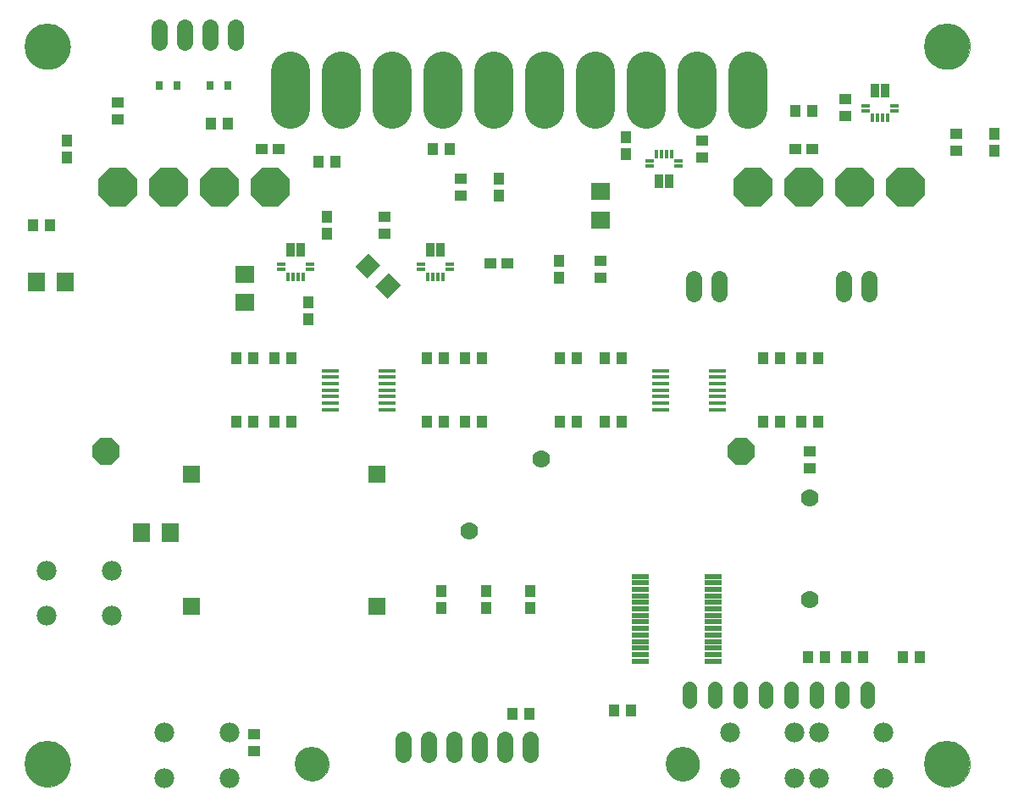
<source format=gts>
G75*
%MOIN*%
%OFA0B0*%
%FSLAX25Y25*%
%IPPOS*%
%LPD*%
%AMOC8*
5,1,8,0,0,1.08239X$1,22.5*
%
%ADD10R,0.03550X0.05400*%
%ADD11R,0.03746X0.01581*%
%ADD12R,0.01581X0.03746*%
%ADD13C,0.15400*%
%ADD14R,0.04337X0.04731*%
%ADD15R,0.04731X0.04337*%
%ADD16R,0.07498X0.06699*%
%ADD17OC8,0.15400*%
%ADD18R,0.07000X0.02100*%
%ADD19R,0.07000X0.01800*%
%ADD20C,0.05600*%
%ADD21R,0.06896X0.06896*%
%ADD22C,0.06337*%
%ADD23R,0.06699X0.07498*%
%ADD24C,0.00000*%
%ADD25C,0.18117*%
%ADD26C,0.06400*%
%ADD27OC8,0.10400*%
%ADD28C,0.13392*%
%ADD29C,0.07000*%
%ADD30R,0.03000X0.03200*%
%ADD31C,0.07800*%
D10*
X0124080Y0230970D03*
X0128017Y0230970D03*
X0179080Y0230970D03*
X0183017Y0230970D03*
X0269080Y0257840D03*
X0273017Y0257840D03*
X0354080Y0293470D03*
X0358017Y0293470D03*
D11*
X0361757Y0287564D03*
X0361757Y0285596D03*
X0350340Y0285596D03*
X0350340Y0287564D03*
X0276757Y0265714D03*
X0276757Y0263745D03*
X0265340Y0263745D03*
X0265340Y0265714D03*
X0186757Y0225064D03*
X0186757Y0223096D03*
X0175340Y0223096D03*
X0175340Y0225064D03*
X0131757Y0225064D03*
X0131757Y0223096D03*
X0120340Y0223096D03*
X0120340Y0225064D03*
D12*
X0123096Y0220340D03*
X0125064Y0220340D03*
X0127033Y0220340D03*
X0129001Y0220340D03*
X0178096Y0220340D03*
X0180064Y0220340D03*
X0182033Y0220340D03*
X0184001Y0220340D03*
X0268096Y0268470D03*
X0270064Y0268470D03*
X0272033Y0268470D03*
X0274001Y0268470D03*
X0353096Y0282840D03*
X0355064Y0282840D03*
X0357033Y0282840D03*
X0359001Y0282840D03*
D13*
X0304237Y0286344D02*
X0304237Y0301344D01*
X0284237Y0301344D02*
X0284237Y0286344D01*
X0264237Y0286344D02*
X0264237Y0301344D01*
X0244237Y0301344D02*
X0244237Y0286344D01*
X0224237Y0286344D02*
X0224237Y0301344D01*
X0204237Y0301344D02*
X0204237Y0286344D01*
X0184237Y0286344D02*
X0184237Y0301344D01*
X0164237Y0301344D02*
X0164237Y0286344D01*
X0144237Y0286344D02*
X0144237Y0301344D01*
X0124237Y0301344D02*
X0124237Y0286344D01*
D14*
X0135202Y0265655D03*
X0141895Y0265655D03*
X0138548Y0244001D03*
X0138548Y0237308D03*
X0131048Y0210251D03*
X0131048Y0203558D03*
X0124395Y0188155D03*
X0117702Y0188155D03*
X0109395Y0188155D03*
X0102702Y0188155D03*
X0102702Y0163155D03*
X0109395Y0163155D03*
X0117702Y0163155D03*
X0124395Y0163155D03*
X0177702Y0163155D03*
X0184395Y0163155D03*
X0192702Y0163155D03*
X0199395Y0163155D03*
X0199395Y0188155D03*
X0192702Y0188155D03*
X0184395Y0188155D03*
X0177702Y0188155D03*
X0230202Y0188155D03*
X0236895Y0188155D03*
X0247702Y0188155D03*
X0254395Y0188155D03*
X0254395Y0163155D03*
X0247702Y0163155D03*
X0236895Y0163155D03*
X0230202Y0163155D03*
X0229798Y0219808D03*
X0229798Y0226501D03*
X0206048Y0252308D03*
X0206048Y0259001D03*
X0186895Y0270655D03*
X0180202Y0270655D03*
X0256048Y0268558D03*
X0256048Y0275251D03*
X0322702Y0285655D03*
X0329395Y0285655D03*
X0401048Y0276501D03*
X0401048Y0269808D03*
X0331895Y0188155D03*
X0325202Y0188155D03*
X0316895Y0188155D03*
X0310202Y0188155D03*
X0310202Y0163155D03*
X0316895Y0163155D03*
X0325202Y0163155D03*
X0331895Y0163155D03*
X0334395Y0070655D03*
X0327702Y0070655D03*
X0342702Y0070655D03*
X0349395Y0070655D03*
X0365202Y0070655D03*
X0371895Y0070655D03*
X0258145Y0049405D03*
X0251452Y0049405D03*
X0218273Y0048115D03*
X0211580Y0048115D03*
X0218548Y0089808D03*
X0218548Y0096501D03*
X0201048Y0096501D03*
X0201048Y0089808D03*
X0183548Y0089808D03*
X0183548Y0096501D03*
X0029395Y0240655D03*
X0022702Y0240655D03*
X0036048Y0267308D03*
X0036048Y0274001D03*
X0092702Y0280655D03*
X0099395Y0280655D03*
D15*
X0112702Y0270655D03*
X0119395Y0270655D03*
X0161048Y0244001D03*
X0161048Y0237308D03*
X0191048Y0252308D03*
X0191048Y0259001D03*
X0202702Y0225655D03*
X0209395Y0225655D03*
X0246048Y0226501D03*
X0246048Y0219808D03*
X0286048Y0267308D03*
X0286048Y0274001D03*
X0322702Y0270655D03*
X0329395Y0270655D03*
X0342298Y0283558D03*
X0342298Y0290251D03*
X0386048Y0276501D03*
X0386048Y0269808D03*
X0328548Y0151501D03*
X0328548Y0144808D03*
X0109798Y0040251D03*
X0109798Y0033558D03*
X0056048Y0282308D03*
X0056048Y0289001D03*
D16*
X0106048Y0221253D03*
X0106048Y0210056D03*
X0246048Y0242556D03*
X0246048Y0253753D03*
D17*
X0306048Y0255655D03*
X0326048Y0255655D03*
X0346048Y0255655D03*
X0366048Y0255655D03*
X0116048Y0255655D03*
X0096048Y0255655D03*
X0076048Y0255655D03*
X0056048Y0255655D03*
D18*
X0261798Y0102289D03*
X0261798Y0099730D03*
X0261798Y0097171D03*
X0261798Y0094611D03*
X0261798Y0092052D03*
X0261798Y0089493D03*
X0261798Y0086934D03*
X0261798Y0084375D03*
X0261798Y0081816D03*
X0261798Y0079257D03*
X0261798Y0076698D03*
X0261798Y0074139D03*
X0261798Y0071580D03*
X0261798Y0069021D03*
X0290298Y0069021D03*
X0290298Y0071580D03*
X0290298Y0074139D03*
X0290298Y0076698D03*
X0290298Y0079257D03*
X0290298Y0081816D03*
X0290298Y0084375D03*
X0290298Y0086934D03*
X0290298Y0089493D03*
X0290298Y0092052D03*
X0290298Y0094611D03*
X0290298Y0097170D03*
X0290298Y0099730D03*
X0290298Y0102289D03*
D19*
X0292148Y0167978D03*
X0292148Y0170537D03*
X0292148Y0173096D03*
X0292148Y0175655D03*
X0292148Y0178214D03*
X0292148Y0180773D03*
X0292148Y0183332D03*
X0269948Y0183332D03*
X0269948Y0180773D03*
X0269948Y0178214D03*
X0269948Y0175655D03*
X0269948Y0173096D03*
X0269948Y0170537D03*
X0269948Y0167978D03*
X0162148Y0167978D03*
X0162148Y0170537D03*
X0162148Y0173096D03*
X0162148Y0175655D03*
X0162148Y0178214D03*
X0162148Y0180773D03*
X0162148Y0183332D03*
X0139948Y0183332D03*
X0139948Y0180773D03*
X0139948Y0178214D03*
X0139948Y0175655D03*
X0139948Y0173096D03*
X0139948Y0170537D03*
X0139948Y0167978D03*
D20*
X0281048Y0058255D02*
X0281048Y0053055D01*
X0291048Y0053055D02*
X0291048Y0058255D01*
X0301048Y0058255D02*
X0301048Y0053055D01*
X0311048Y0053055D02*
X0311048Y0058255D01*
X0321048Y0058255D02*
X0321048Y0053055D01*
X0331048Y0053055D02*
X0331048Y0058255D01*
X0341048Y0058255D02*
X0341048Y0053055D01*
X0351048Y0053055D02*
X0351048Y0058255D01*
D21*
X0158076Y0090635D03*
X0158076Y0142604D03*
X0085241Y0142604D03*
X0085241Y0090635D03*
D22*
X0282702Y0213474D02*
X0282702Y0219411D01*
X0292702Y0219411D02*
X0292702Y0213474D01*
X0341757Y0213474D02*
X0341757Y0219411D01*
X0351757Y0219411D02*
X0351757Y0213474D01*
X0102298Y0312686D02*
X0102298Y0318623D01*
X0092298Y0318623D02*
X0092298Y0312686D01*
X0082298Y0312686D02*
X0082298Y0318623D01*
X0072298Y0318623D02*
X0072298Y0312686D01*
D23*
G36*
X0154872Y0229632D02*
X0159609Y0224895D01*
X0154308Y0219594D01*
X0149571Y0224331D01*
X0154872Y0229632D01*
G37*
G36*
X0162789Y0221715D02*
X0167526Y0216978D01*
X0162225Y0211677D01*
X0157488Y0216414D01*
X0162789Y0221715D01*
G37*
X0076647Y0119405D03*
X0065450Y0119405D03*
X0035397Y0218155D03*
X0024200Y0218155D03*
D24*
X0019592Y0310930D02*
X0019595Y0311147D01*
X0019603Y0311365D01*
X0019616Y0311582D01*
X0019635Y0311798D01*
X0019659Y0312014D01*
X0019688Y0312230D01*
X0019722Y0312444D01*
X0019762Y0312658D01*
X0019807Y0312871D01*
X0019857Y0313082D01*
X0019913Y0313293D01*
X0019973Y0313501D01*
X0020039Y0313709D01*
X0020110Y0313914D01*
X0020186Y0314118D01*
X0020266Y0314320D01*
X0020352Y0314520D01*
X0020442Y0314717D01*
X0020538Y0314913D01*
X0020638Y0315106D01*
X0020743Y0315296D01*
X0020852Y0315484D01*
X0020966Y0315669D01*
X0021085Y0315851D01*
X0021208Y0316031D01*
X0021335Y0316207D01*
X0021467Y0316380D01*
X0021603Y0316549D01*
X0021743Y0316716D01*
X0021887Y0316879D01*
X0022035Y0317038D01*
X0022186Y0317194D01*
X0022342Y0317345D01*
X0022501Y0317493D01*
X0022664Y0317637D01*
X0022831Y0317777D01*
X0023000Y0317913D01*
X0023173Y0318045D01*
X0023349Y0318172D01*
X0023529Y0318295D01*
X0023711Y0318414D01*
X0023896Y0318528D01*
X0024084Y0318637D01*
X0024274Y0318742D01*
X0024467Y0318842D01*
X0024663Y0318938D01*
X0024860Y0319028D01*
X0025060Y0319114D01*
X0025262Y0319194D01*
X0025466Y0319270D01*
X0025671Y0319341D01*
X0025879Y0319407D01*
X0026087Y0319467D01*
X0026298Y0319523D01*
X0026509Y0319573D01*
X0026722Y0319618D01*
X0026936Y0319658D01*
X0027150Y0319692D01*
X0027366Y0319721D01*
X0027582Y0319745D01*
X0027798Y0319764D01*
X0028015Y0319777D01*
X0028233Y0319785D01*
X0028450Y0319788D01*
X0028667Y0319785D01*
X0028885Y0319777D01*
X0029102Y0319764D01*
X0029318Y0319745D01*
X0029534Y0319721D01*
X0029750Y0319692D01*
X0029964Y0319658D01*
X0030178Y0319618D01*
X0030391Y0319573D01*
X0030602Y0319523D01*
X0030813Y0319467D01*
X0031021Y0319407D01*
X0031229Y0319341D01*
X0031434Y0319270D01*
X0031638Y0319194D01*
X0031840Y0319114D01*
X0032040Y0319028D01*
X0032237Y0318938D01*
X0032433Y0318842D01*
X0032626Y0318742D01*
X0032816Y0318637D01*
X0033004Y0318528D01*
X0033189Y0318414D01*
X0033371Y0318295D01*
X0033551Y0318172D01*
X0033727Y0318045D01*
X0033900Y0317913D01*
X0034069Y0317777D01*
X0034236Y0317637D01*
X0034399Y0317493D01*
X0034558Y0317345D01*
X0034714Y0317194D01*
X0034865Y0317038D01*
X0035013Y0316879D01*
X0035157Y0316716D01*
X0035297Y0316549D01*
X0035433Y0316380D01*
X0035565Y0316207D01*
X0035692Y0316031D01*
X0035815Y0315851D01*
X0035934Y0315669D01*
X0036048Y0315484D01*
X0036157Y0315296D01*
X0036262Y0315106D01*
X0036362Y0314913D01*
X0036458Y0314717D01*
X0036548Y0314520D01*
X0036634Y0314320D01*
X0036714Y0314118D01*
X0036790Y0313914D01*
X0036861Y0313709D01*
X0036927Y0313501D01*
X0036987Y0313293D01*
X0037043Y0313082D01*
X0037093Y0312871D01*
X0037138Y0312658D01*
X0037178Y0312444D01*
X0037212Y0312230D01*
X0037241Y0312014D01*
X0037265Y0311798D01*
X0037284Y0311582D01*
X0037297Y0311365D01*
X0037305Y0311147D01*
X0037308Y0310930D01*
X0037305Y0310713D01*
X0037297Y0310495D01*
X0037284Y0310278D01*
X0037265Y0310062D01*
X0037241Y0309846D01*
X0037212Y0309630D01*
X0037178Y0309416D01*
X0037138Y0309202D01*
X0037093Y0308989D01*
X0037043Y0308778D01*
X0036987Y0308567D01*
X0036927Y0308359D01*
X0036861Y0308151D01*
X0036790Y0307946D01*
X0036714Y0307742D01*
X0036634Y0307540D01*
X0036548Y0307340D01*
X0036458Y0307143D01*
X0036362Y0306947D01*
X0036262Y0306754D01*
X0036157Y0306564D01*
X0036048Y0306376D01*
X0035934Y0306191D01*
X0035815Y0306009D01*
X0035692Y0305829D01*
X0035565Y0305653D01*
X0035433Y0305480D01*
X0035297Y0305311D01*
X0035157Y0305144D01*
X0035013Y0304981D01*
X0034865Y0304822D01*
X0034714Y0304666D01*
X0034558Y0304515D01*
X0034399Y0304367D01*
X0034236Y0304223D01*
X0034069Y0304083D01*
X0033900Y0303947D01*
X0033727Y0303815D01*
X0033551Y0303688D01*
X0033371Y0303565D01*
X0033189Y0303446D01*
X0033004Y0303332D01*
X0032816Y0303223D01*
X0032626Y0303118D01*
X0032433Y0303018D01*
X0032237Y0302922D01*
X0032040Y0302832D01*
X0031840Y0302746D01*
X0031638Y0302666D01*
X0031434Y0302590D01*
X0031229Y0302519D01*
X0031021Y0302453D01*
X0030813Y0302393D01*
X0030602Y0302337D01*
X0030391Y0302287D01*
X0030178Y0302242D01*
X0029964Y0302202D01*
X0029750Y0302168D01*
X0029534Y0302139D01*
X0029318Y0302115D01*
X0029102Y0302096D01*
X0028885Y0302083D01*
X0028667Y0302075D01*
X0028450Y0302072D01*
X0028233Y0302075D01*
X0028015Y0302083D01*
X0027798Y0302096D01*
X0027582Y0302115D01*
X0027366Y0302139D01*
X0027150Y0302168D01*
X0026936Y0302202D01*
X0026722Y0302242D01*
X0026509Y0302287D01*
X0026298Y0302337D01*
X0026087Y0302393D01*
X0025879Y0302453D01*
X0025671Y0302519D01*
X0025466Y0302590D01*
X0025262Y0302666D01*
X0025060Y0302746D01*
X0024860Y0302832D01*
X0024663Y0302922D01*
X0024467Y0303018D01*
X0024274Y0303118D01*
X0024084Y0303223D01*
X0023896Y0303332D01*
X0023711Y0303446D01*
X0023529Y0303565D01*
X0023349Y0303688D01*
X0023173Y0303815D01*
X0023000Y0303947D01*
X0022831Y0304083D01*
X0022664Y0304223D01*
X0022501Y0304367D01*
X0022342Y0304515D01*
X0022186Y0304666D01*
X0022035Y0304822D01*
X0021887Y0304981D01*
X0021743Y0305144D01*
X0021603Y0305311D01*
X0021467Y0305480D01*
X0021335Y0305653D01*
X0021208Y0305829D01*
X0021085Y0306009D01*
X0020966Y0306191D01*
X0020852Y0306376D01*
X0020743Y0306564D01*
X0020638Y0306754D01*
X0020538Y0306947D01*
X0020442Y0307143D01*
X0020352Y0307340D01*
X0020266Y0307540D01*
X0020186Y0307742D01*
X0020110Y0307946D01*
X0020039Y0308151D01*
X0019973Y0308359D01*
X0019913Y0308567D01*
X0019857Y0308778D01*
X0019807Y0308989D01*
X0019762Y0309202D01*
X0019722Y0309416D01*
X0019688Y0309630D01*
X0019659Y0309846D01*
X0019635Y0310062D01*
X0019616Y0310278D01*
X0019603Y0310495D01*
X0019595Y0310713D01*
X0019592Y0310930D01*
X0019592Y0028450D02*
X0019595Y0028667D01*
X0019603Y0028885D01*
X0019616Y0029102D01*
X0019635Y0029318D01*
X0019659Y0029534D01*
X0019688Y0029750D01*
X0019722Y0029964D01*
X0019762Y0030178D01*
X0019807Y0030391D01*
X0019857Y0030602D01*
X0019913Y0030813D01*
X0019973Y0031021D01*
X0020039Y0031229D01*
X0020110Y0031434D01*
X0020186Y0031638D01*
X0020266Y0031840D01*
X0020352Y0032040D01*
X0020442Y0032237D01*
X0020538Y0032433D01*
X0020638Y0032626D01*
X0020743Y0032816D01*
X0020852Y0033004D01*
X0020966Y0033189D01*
X0021085Y0033371D01*
X0021208Y0033551D01*
X0021335Y0033727D01*
X0021467Y0033900D01*
X0021603Y0034069D01*
X0021743Y0034236D01*
X0021887Y0034399D01*
X0022035Y0034558D01*
X0022186Y0034714D01*
X0022342Y0034865D01*
X0022501Y0035013D01*
X0022664Y0035157D01*
X0022831Y0035297D01*
X0023000Y0035433D01*
X0023173Y0035565D01*
X0023349Y0035692D01*
X0023529Y0035815D01*
X0023711Y0035934D01*
X0023896Y0036048D01*
X0024084Y0036157D01*
X0024274Y0036262D01*
X0024467Y0036362D01*
X0024663Y0036458D01*
X0024860Y0036548D01*
X0025060Y0036634D01*
X0025262Y0036714D01*
X0025466Y0036790D01*
X0025671Y0036861D01*
X0025879Y0036927D01*
X0026087Y0036987D01*
X0026298Y0037043D01*
X0026509Y0037093D01*
X0026722Y0037138D01*
X0026936Y0037178D01*
X0027150Y0037212D01*
X0027366Y0037241D01*
X0027582Y0037265D01*
X0027798Y0037284D01*
X0028015Y0037297D01*
X0028233Y0037305D01*
X0028450Y0037308D01*
X0028667Y0037305D01*
X0028885Y0037297D01*
X0029102Y0037284D01*
X0029318Y0037265D01*
X0029534Y0037241D01*
X0029750Y0037212D01*
X0029964Y0037178D01*
X0030178Y0037138D01*
X0030391Y0037093D01*
X0030602Y0037043D01*
X0030813Y0036987D01*
X0031021Y0036927D01*
X0031229Y0036861D01*
X0031434Y0036790D01*
X0031638Y0036714D01*
X0031840Y0036634D01*
X0032040Y0036548D01*
X0032237Y0036458D01*
X0032433Y0036362D01*
X0032626Y0036262D01*
X0032816Y0036157D01*
X0033004Y0036048D01*
X0033189Y0035934D01*
X0033371Y0035815D01*
X0033551Y0035692D01*
X0033727Y0035565D01*
X0033900Y0035433D01*
X0034069Y0035297D01*
X0034236Y0035157D01*
X0034399Y0035013D01*
X0034558Y0034865D01*
X0034714Y0034714D01*
X0034865Y0034558D01*
X0035013Y0034399D01*
X0035157Y0034236D01*
X0035297Y0034069D01*
X0035433Y0033900D01*
X0035565Y0033727D01*
X0035692Y0033551D01*
X0035815Y0033371D01*
X0035934Y0033189D01*
X0036048Y0033004D01*
X0036157Y0032816D01*
X0036262Y0032626D01*
X0036362Y0032433D01*
X0036458Y0032237D01*
X0036548Y0032040D01*
X0036634Y0031840D01*
X0036714Y0031638D01*
X0036790Y0031434D01*
X0036861Y0031229D01*
X0036927Y0031021D01*
X0036987Y0030813D01*
X0037043Y0030602D01*
X0037093Y0030391D01*
X0037138Y0030178D01*
X0037178Y0029964D01*
X0037212Y0029750D01*
X0037241Y0029534D01*
X0037265Y0029318D01*
X0037284Y0029102D01*
X0037297Y0028885D01*
X0037305Y0028667D01*
X0037308Y0028450D01*
X0037305Y0028233D01*
X0037297Y0028015D01*
X0037284Y0027798D01*
X0037265Y0027582D01*
X0037241Y0027366D01*
X0037212Y0027150D01*
X0037178Y0026936D01*
X0037138Y0026722D01*
X0037093Y0026509D01*
X0037043Y0026298D01*
X0036987Y0026087D01*
X0036927Y0025879D01*
X0036861Y0025671D01*
X0036790Y0025466D01*
X0036714Y0025262D01*
X0036634Y0025060D01*
X0036548Y0024860D01*
X0036458Y0024663D01*
X0036362Y0024467D01*
X0036262Y0024274D01*
X0036157Y0024084D01*
X0036048Y0023896D01*
X0035934Y0023711D01*
X0035815Y0023529D01*
X0035692Y0023349D01*
X0035565Y0023173D01*
X0035433Y0023000D01*
X0035297Y0022831D01*
X0035157Y0022664D01*
X0035013Y0022501D01*
X0034865Y0022342D01*
X0034714Y0022186D01*
X0034558Y0022035D01*
X0034399Y0021887D01*
X0034236Y0021743D01*
X0034069Y0021603D01*
X0033900Y0021467D01*
X0033727Y0021335D01*
X0033551Y0021208D01*
X0033371Y0021085D01*
X0033189Y0020966D01*
X0033004Y0020852D01*
X0032816Y0020743D01*
X0032626Y0020638D01*
X0032433Y0020538D01*
X0032237Y0020442D01*
X0032040Y0020352D01*
X0031840Y0020266D01*
X0031638Y0020186D01*
X0031434Y0020110D01*
X0031229Y0020039D01*
X0031021Y0019973D01*
X0030813Y0019913D01*
X0030602Y0019857D01*
X0030391Y0019807D01*
X0030178Y0019762D01*
X0029964Y0019722D01*
X0029750Y0019688D01*
X0029534Y0019659D01*
X0029318Y0019635D01*
X0029102Y0019616D01*
X0028885Y0019603D01*
X0028667Y0019595D01*
X0028450Y0019592D01*
X0028233Y0019595D01*
X0028015Y0019603D01*
X0027798Y0019616D01*
X0027582Y0019635D01*
X0027366Y0019659D01*
X0027150Y0019688D01*
X0026936Y0019722D01*
X0026722Y0019762D01*
X0026509Y0019807D01*
X0026298Y0019857D01*
X0026087Y0019913D01*
X0025879Y0019973D01*
X0025671Y0020039D01*
X0025466Y0020110D01*
X0025262Y0020186D01*
X0025060Y0020266D01*
X0024860Y0020352D01*
X0024663Y0020442D01*
X0024467Y0020538D01*
X0024274Y0020638D01*
X0024084Y0020743D01*
X0023896Y0020852D01*
X0023711Y0020966D01*
X0023529Y0021085D01*
X0023349Y0021208D01*
X0023173Y0021335D01*
X0023000Y0021467D01*
X0022831Y0021603D01*
X0022664Y0021743D01*
X0022501Y0021887D01*
X0022342Y0022035D01*
X0022186Y0022186D01*
X0022035Y0022342D01*
X0021887Y0022501D01*
X0021743Y0022664D01*
X0021603Y0022831D01*
X0021467Y0023000D01*
X0021335Y0023173D01*
X0021208Y0023349D01*
X0021085Y0023529D01*
X0020966Y0023711D01*
X0020852Y0023896D01*
X0020743Y0024084D01*
X0020638Y0024274D01*
X0020538Y0024467D01*
X0020442Y0024663D01*
X0020352Y0024860D01*
X0020266Y0025060D01*
X0020186Y0025262D01*
X0020110Y0025466D01*
X0020039Y0025671D01*
X0019973Y0025879D01*
X0019913Y0026087D01*
X0019857Y0026298D01*
X0019807Y0026509D01*
X0019762Y0026722D01*
X0019722Y0026936D01*
X0019688Y0027150D01*
X0019659Y0027366D01*
X0019635Y0027582D01*
X0019616Y0027798D01*
X0019603Y0028015D01*
X0019595Y0028233D01*
X0019592Y0028450D01*
X0126088Y0028450D02*
X0126090Y0028611D01*
X0126096Y0028771D01*
X0126106Y0028932D01*
X0126120Y0029092D01*
X0126138Y0029251D01*
X0126159Y0029411D01*
X0126185Y0029569D01*
X0126215Y0029727D01*
X0126248Y0029884D01*
X0126286Y0030041D01*
X0126327Y0030196D01*
X0126372Y0030350D01*
X0126421Y0030503D01*
X0126474Y0030655D01*
X0126530Y0030805D01*
X0126590Y0030954D01*
X0126654Y0031102D01*
X0126721Y0031248D01*
X0126792Y0031392D01*
X0126867Y0031534D01*
X0126945Y0031675D01*
X0127026Y0031813D01*
X0127111Y0031950D01*
X0127200Y0032084D01*
X0127291Y0032216D01*
X0127386Y0032346D01*
X0127484Y0032473D01*
X0127585Y0032598D01*
X0127689Y0032721D01*
X0127796Y0032840D01*
X0127906Y0032957D01*
X0128019Y0033072D01*
X0128135Y0033183D01*
X0128253Y0033292D01*
X0128374Y0033397D01*
X0128498Y0033500D01*
X0128624Y0033600D01*
X0128753Y0033696D01*
X0128884Y0033789D01*
X0129017Y0033879D01*
X0129152Y0033966D01*
X0129290Y0034049D01*
X0129429Y0034128D01*
X0129571Y0034205D01*
X0129714Y0034278D01*
X0129859Y0034347D01*
X0130006Y0034412D01*
X0130154Y0034474D01*
X0130304Y0034533D01*
X0130455Y0034587D01*
X0130607Y0034638D01*
X0130761Y0034685D01*
X0130916Y0034728D01*
X0131071Y0034767D01*
X0131228Y0034803D01*
X0131386Y0034835D01*
X0131544Y0034862D01*
X0131703Y0034886D01*
X0131862Y0034906D01*
X0132022Y0034922D01*
X0132183Y0034934D01*
X0132343Y0034942D01*
X0132504Y0034946D01*
X0132664Y0034946D01*
X0132825Y0034942D01*
X0132985Y0034934D01*
X0133146Y0034922D01*
X0133306Y0034906D01*
X0133465Y0034886D01*
X0133624Y0034862D01*
X0133782Y0034835D01*
X0133940Y0034803D01*
X0134097Y0034767D01*
X0134252Y0034728D01*
X0134407Y0034685D01*
X0134561Y0034638D01*
X0134713Y0034587D01*
X0134864Y0034533D01*
X0135014Y0034474D01*
X0135162Y0034412D01*
X0135309Y0034347D01*
X0135454Y0034278D01*
X0135597Y0034205D01*
X0135739Y0034128D01*
X0135878Y0034049D01*
X0136016Y0033966D01*
X0136151Y0033879D01*
X0136284Y0033789D01*
X0136415Y0033696D01*
X0136544Y0033600D01*
X0136670Y0033500D01*
X0136794Y0033397D01*
X0136915Y0033292D01*
X0137033Y0033183D01*
X0137149Y0033072D01*
X0137262Y0032957D01*
X0137372Y0032840D01*
X0137479Y0032721D01*
X0137583Y0032598D01*
X0137684Y0032473D01*
X0137782Y0032346D01*
X0137877Y0032216D01*
X0137968Y0032084D01*
X0138057Y0031950D01*
X0138142Y0031813D01*
X0138223Y0031675D01*
X0138301Y0031534D01*
X0138376Y0031392D01*
X0138447Y0031248D01*
X0138514Y0031102D01*
X0138578Y0030954D01*
X0138638Y0030805D01*
X0138694Y0030655D01*
X0138747Y0030503D01*
X0138796Y0030350D01*
X0138841Y0030196D01*
X0138882Y0030041D01*
X0138920Y0029884D01*
X0138953Y0029727D01*
X0138983Y0029569D01*
X0139009Y0029411D01*
X0139030Y0029251D01*
X0139048Y0029092D01*
X0139062Y0028932D01*
X0139072Y0028771D01*
X0139078Y0028611D01*
X0139080Y0028450D01*
X0139078Y0028289D01*
X0139072Y0028129D01*
X0139062Y0027968D01*
X0139048Y0027808D01*
X0139030Y0027649D01*
X0139009Y0027489D01*
X0138983Y0027331D01*
X0138953Y0027173D01*
X0138920Y0027016D01*
X0138882Y0026859D01*
X0138841Y0026704D01*
X0138796Y0026550D01*
X0138747Y0026397D01*
X0138694Y0026245D01*
X0138638Y0026095D01*
X0138578Y0025946D01*
X0138514Y0025798D01*
X0138447Y0025652D01*
X0138376Y0025508D01*
X0138301Y0025366D01*
X0138223Y0025225D01*
X0138142Y0025087D01*
X0138057Y0024950D01*
X0137968Y0024816D01*
X0137877Y0024684D01*
X0137782Y0024554D01*
X0137684Y0024427D01*
X0137583Y0024302D01*
X0137479Y0024179D01*
X0137372Y0024060D01*
X0137262Y0023943D01*
X0137149Y0023828D01*
X0137033Y0023717D01*
X0136915Y0023608D01*
X0136794Y0023503D01*
X0136670Y0023400D01*
X0136544Y0023300D01*
X0136415Y0023204D01*
X0136284Y0023111D01*
X0136151Y0023021D01*
X0136016Y0022934D01*
X0135878Y0022851D01*
X0135739Y0022772D01*
X0135597Y0022695D01*
X0135454Y0022622D01*
X0135309Y0022553D01*
X0135162Y0022488D01*
X0135014Y0022426D01*
X0134864Y0022367D01*
X0134713Y0022313D01*
X0134561Y0022262D01*
X0134407Y0022215D01*
X0134252Y0022172D01*
X0134097Y0022133D01*
X0133940Y0022097D01*
X0133782Y0022065D01*
X0133624Y0022038D01*
X0133465Y0022014D01*
X0133306Y0021994D01*
X0133146Y0021978D01*
X0132985Y0021966D01*
X0132825Y0021958D01*
X0132664Y0021954D01*
X0132504Y0021954D01*
X0132343Y0021958D01*
X0132183Y0021966D01*
X0132022Y0021978D01*
X0131862Y0021994D01*
X0131703Y0022014D01*
X0131544Y0022038D01*
X0131386Y0022065D01*
X0131228Y0022097D01*
X0131071Y0022133D01*
X0130916Y0022172D01*
X0130761Y0022215D01*
X0130607Y0022262D01*
X0130455Y0022313D01*
X0130304Y0022367D01*
X0130154Y0022426D01*
X0130006Y0022488D01*
X0129859Y0022553D01*
X0129714Y0022622D01*
X0129571Y0022695D01*
X0129429Y0022772D01*
X0129290Y0022851D01*
X0129152Y0022934D01*
X0129017Y0023021D01*
X0128884Y0023111D01*
X0128753Y0023204D01*
X0128624Y0023300D01*
X0128498Y0023400D01*
X0128374Y0023503D01*
X0128253Y0023608D01*
X0128135Y0023717D01*
X0128019Y0023828D01*
X0127906Y0023943D01*
X0127796Y0024060D01*
X0127689Y0024179D01*
X0127585Y0024302D01*
X0127484Y0024427D01*
X0127386Y0024554D01*
X0127291Y0024684D01*
X0127200Y0024816D01*
X0127111Y0024950D01*
X0127026Y0025087D01*
X0126945Y0025225D01*
X0126867Y0025366D01*
X0126792Y0025508D01*
X0126721Y0025652D01*
X0126654Y0025798D01*
X0126590Y0025946D01*
X0126530Y0026095D01*
X0126474Y0026245D01*
X0126421Y0026397D01*
X0126372Y0026550D01*
X0126327Y0026704D01*
X0126286Y0026859D01*
X0126248Y0027016D01*
X0126215Y0027173D01*
X0126185Y0027331D01*
X0126159Y0027489D01*
X0126138Y0027649D01*
X0126120Y0027808D01*
X0126106Y0027968D01*
X0126096Y0028129D01*
X0126090Y0028289D01*
X0126088Y0028450D01*
X0271954Y0028450D02*
X0271956Y0028611D01*
X0271962Y0028771D01*
X0271972Y0028932D01*
X0271986Y0029092D01*
X0272004Y0029251D01*
X0272025Y0029411D01*
X0272051Y0029569D01*
X0272081Y0029727D01*
X0272114Y0029884D01*
X0272152Y0030041D01*
X0272193Y0030196D01*
X0272238Y0030350D01*
X0272287Y0030503D01*
X0272340Y0030655D01*
X0272396Y0030805D01*
X0272456Y0030954D01*
X0272520Y0031102D01*
X0272587Y0031248D01*
X0272658Y0031392D01*
X0272733Y0031534D01*
X0272811Y0031675D01*
X0272892Y0031813D01*
X0272977Y0031950D01*
X0273066Y0032084D01*
X0273157Y0032216D01*
X0273252Y0032346D01*
X0273350Y0032473D01*
X0273451Y0032598D01*
X0273555Y0032721D01*
X0273662Y0032840D01*
X0273772Y0032957D01*
X0273885Y0033072D01*
X0274001Y0033183D01*
X0274119Y0033292D01*
X0274240Y0033397D01*
X0274364Y0033500D01*
X0274490Y0033600D01*
X0274619Y0033696D01*
X0274750Y0033789D01*
X0274883Y0033879D01*
X0275018Y0033966D01*
X0275156Y0034049D01*
X0275295Y0034128D01*
X0275437Y0034205D01*
X0275580Y0034278D01*
X0275725Y0034347D01*
X0275872Y0034412D01*
X0276020Y0034474D01*
X0276170Y0034533D01*
X0276321Y0034587D01*
X0276473Y0034638D01*
X0276627Y0034685D01*
X0276782Y0034728D01*
X0276937Y0034767D01*
X0277094Y0034803D01*
X0277252Y0034835D01*
X0277410Y0034862D01*
X0277569Y0034886D01*
X0277728Y0034906D01*
X0277888Y0034922D01*
X0278049Y0034934D01*
X0278209Y0034942D01*
X0278370Y0034946D01*
X0278530Y0034946D01*
X0278691Y0034942D01*
X0278851Y0034934D01*
X0279012Y0034922D01*
X0279172Y0034906D01*
X0279331Y0034886D01*
X0279490Y0034862D01*
X0279648Y0034835D01*
X0279806Y0034803D01*
X0279963Y0034767D01*
X0280118Y0034728D01*
X0280273Y0034685D01*
X0280427Y0034638D01*
X0280579Y0034587D01*
X0280730Y0034533D01*
X0280880Y0034474D01*
X0281028Y0034412D01*
X0281175Y0034347D01*
X0281320Y0034278D01*
X0281463Y0034205D01*
X0281605Y0034128D01*
X0281744Y0034049D01*
X0281882Y0033966D01*
X0282017Y0033879D01*
X0282150Y0033789D01*
X0282281Y0033696D01*
X0282410Y0033600D01*
X0282536Y0033500D01*
X0282660Y0033397D01*
X0282781Y0033292D01*
X0282899Y0033183D01*
X0283015Y0033072D01*
X0283128Y0032957D01*
X0283238Y0032840D01*
X0283345Y0032721D01*
X0283449Y0032598D01*
X0283550Y0032473D01*
X0283648Y0032346D01*
X0283743Y0032216D01*
X0283834Y0032084D01*
X0283923Y0031950D01*
X0284008Y0031813D01*
X0284089Y0031675D01*
X0284167Y0031534D01*
X0284242Y0031392D01*
X0284313Y0031248D01*
X0284380Y0031102D01*
X0284444Y0030954D01*
X0284504Y0030805D01*
X0284560Y0030655D01*
X0284613Y0030503D01*
X0284662Y0030350D01*
X0284707Y0030196D01*
X0284748Y0030041D01*
X0284786Y0029884D01*
X0284819Y0029727D01*
X0284849Y0029569D01*
X0284875Y0029411D01*
X0284896Y0029251D01*
X0284914Y0029092D01*
X0284928Y0028932D01*
X0284938Y0028771D01*
X0284944Y0028611D01*
X0284946Y0028450D01*
X0284944Y0028289D01*
X0284938Y0028129D01*
X0284928Y0027968D01*
X0284914Y0027808D01*
X0284896Y0027649D01*
X0284875Y0027489D01*
X0284849Y0027331D01*
X0284819Y0027173D01*
X0284786Y0027016D01*
X0284748Y0026859D01*
X0284707Y0026704D01*
X0284662Y0026550D01*
X0284613Y0026397D01*
X0284560Y0026245D01*
X0284504Y0026095D01*
X0284444Y0025946D01*
X0284380Y0025798D01*
X0284313Y0025652D01*
X0284242Y0025508D01*
X0284167Y0025366D01*
X0284089Y0025225D01*
X0284008Y0025087D01*
X0283923Y0024950D01*
X0283834Y0024816D01*
X0283743Y0024684D01*
X0283648Y0024554D01*
X0283550Y0024427D01*
X0283449Y0024302D01*
X0283345Y0024179D01*
X0283238Y0024060D01*
X0283128Y0023943D01*
X0283015Y0023828D01*
X0282899Y0023717D01*
X0282781Y0023608D01*
X0282660Y0023503D01*
X0282536Y0023400D01*
X0282410Y0023300D01*
X0282281Y0023204D01*
X0282150Y0023111D01*
X0282017Y0023021D01*
X0281882Y0022934D01*
X0281744Y0022851D01*
X0281605Y0022772D01*
X0281463Y0022695D01*
X0281320Y0022622D01*
X0281175Y0022553D01*
X0281028Y0022488D01*
X0280880Y0022426D01*
X0280730Y0022367D01*
X0280579Y0022313D01*
X0280427Y0022262D01*
X0280273Y0022215D01*
X0280118Y0022172D01*
X0279963Y0022133D01*
X0279806Y0022097D01*
X0279648Y0022065D01*
X0279490Y0022038D01*
X0279331Y0022014D01*
X0279172Y0021994D01*
X0279012Y0021978D01*
X0278851Y0021966D01*
X0278691Y0021958D01*
X0278530Y0021954D01*
X0278370Y0021954D01*
X0278209Y0021958D01*
X0278049Y0021966D01*
X0277888Y0021978D01*
X0277728Y0021994D01*
X0277569Y0022014D01*
X0277410Y0022038D01*
X0277252Y0022065D01*
X0277094Y0022097D01*
X0276937Y0022133D01*
X0276782Y0022172D01*
X0276627Y0022215D01*
X0276473Y0022262D01*
X0276321Y0022313D01*
X0276170Y0022367D01*
X0276020Y0022426D01*
X0275872Y0022488D01*
X0275725Y0022553D01*
X0275580Y0022622D01*
X0275437Y0022695D01*
X0275295Y0022772D01*
X0275156Y0022851D01*
X0275018Y0022934D01*
X0274883Y0023021D01*
X0274750Y0023111D01*
X0274619Y0023204D01*
X0274490Y0023300D01*
X0274364Y0023400D01*
X0274240Y0023503D01*
X0274119Y0023608D01*
X0274001Y0023717D01*
X0273885Y0023828D01*
X0273772Y0023943D01*
X0273662Y0024060D01*
X0273555Y0024179D01*
X0273451Y0024302D01*
X0273350Y0024427D01*
X0273252Y0024554D01*
X0273157Y0024684D01*
X0273066Y0024816D01*
X0272977Y0024950D01*
X0272892Y0025087D01*
X0272811Y0025225D01*
X0272733Y0025366D01*
X0272658Y0025508D01*
X0272587Y0025652D01*
X0272520Y0025798D01*
X0272456Y0025946D01*
X0272396Y0026095D01*
X0272340Y0026245D01*
X0272287Y0026397D01*
X0272238Y0026550D01*
X0272193Y0026704D01*
X0272152Y0026859D01*
X0272114Y0027016D01*
X0272081Y0027173D01*
X0272051Y0027331D01*
X0272025Y0027489D01*
X0272004Y0027649D01*
X0271986Y0027808D01*
X0271972Y0027968D01*
X0271962Y0028129D01*
X0271956Y0028289D01*
X0271954Y0028450D01*
X0373726Y0028450D02*
X0373729Y0028667D01*
X0373737Y0028885D01*
X0373750Y0029102D01*
X0373769Y0029318D01*
X0373793Y0029534D01*
X0373822Y0029750D01*
X0373856Y0029964D01*
X0373896Y0030178D01*
X0373941Y0030391D01*
X0373991Y0030602D01*
X0374047Y0030813D01*
X0374107Y0031021D01*
X0374173Y0031229D01*
X0374244Y0031434D01*
X0374320Y0031638D01*
X0374400Y0031840D01*
X0374486Y0032040D01*
X0374576Y0032237D01*
X0374672Y0032433D01*
X0374772Y0032626D01*
X0374877Y0032816D01*
X0374986Y0033004D01*
X0375100Y0033189D01*
X0375219Y0033371D01*
X0375342Y0033551D01*
X0375469Y0033727D01*
X0375601Y0033900D01*
X0375737Y0034069D01*
X0375877Y0034236D01*
X0376021Y0034399D01*
X0376169Y0034558D01*
X0376320Y0034714D01*
X0376476Y0034865D01*
X0376635Y0035013D01*
X0376798Y0035157D01*
X0376965Y0035297D01*
X0377134Y0035433D01*
X0377307Y0035565D01*
X0377483Y0035692D01*
X0377663Y0035815D01*
X0377845Y0035934D01*
X0378030Y0036048D01*
X0378218Y0036157D01*
X0378408Y0036262D01*
X0378601Y0036362D01*
X0378797Y0036458D01*
X0378994Y0036548D01*
X0379194Y0036634D01*
X0379396Y0036714D01*
X0379600Y0036790D01*
X0379805Y0036861D01*
X0380013Y0036927D01*
X0380221Y0036987D01*
X0380432Y0037043D01*
X0380643Y0037093D01*
X0380856Y0037138D01*
X0381070Y0037178D01*
X0381284Y0037212D01*
X0381500Y0037241D01*
X0381716Y0037265D01*
X0381932Y0037284D01*
X0382149Y0037297D01*
X0382367Y0037305D01*
X0382584Y0037308D01*
X0382801Y0037305D01*
X0383019Y0037297D01*
X0383236Y0037284D01*
X0383452Y0037265D01*
X0383668Y0037241D01*
X0383884Y0037212D01*
X0384098Y0037178D01*
X0384312Y0037138D01*
X0384525Y0037093D01*
X0384736Y0037043D01*
X0384947Y0036987D01*
X0385155Y0036927D01*
X0385363Y0036861D01*
X0385568Y0036790D01*
X0385772Y0036714D01*
X0385974Y0036634D01*
X0386174Y0036548D01*
X0386371Y0036458D01*
X0386567Y0036362D01*
X0386760Y0036262D01*
X0386950Y0036157D01*
X0387138Y0036048D01*
X0387323Y0035934D01*
X0387505Y0035815D01*
X0387685Y0035692D01*
X0387861Y0035565D01*
X0388034Y0035433D01*
X0388203Y0035297D01*
X0388370Y0035157D01*
X0388533Y0035013D01*
X0388692Y0034865D01*
X0388848Y0034714D01*
X0388999Y0034558D01*
X0389147Y0034399D01*
X0389291Y0034236D01*
X0389431Y0034069D01*
X0389567Y0033900D01*
X0389699Y0033727D01*
X0389826Y0033551D01*
X0389949Y0033371D01*
X0390068Y0033189D01*
X0390182Y0033004D01*
X0390291Y0032816D01*
X0390396Y0032626D01*
X0390496Y0032433D01*
X0390592Y0032237D01*
X0390682Y0032040D01*
X0390768Y0031840D01*
X0390848Y0031638D01*
X0390924Y0031434D01*
X0390995Y0031229D01*
X0391061Y0031021D01*
X0391121Y0030813D01*
X0391177Y0030602D01*
X0391227Y0030391D01*
X0391272Y0030178D01*
X0391312Y0029964D01*
X0391346Y0029750D01*
X0391375Y0029534D01*
X0391399Y0029318D01*
X0391418Y0029102D01*
X0391431Y0028885D01*
X0391439Y0028667D01*
X0391442Y0028450D01*
X0391439Y0028233D01*
X0391431Y0028015D01*
X0391418Y0027798D01*
X0391399Y0027582D01*
X0391375Y0027366D01*
X0391346Y0027150D01*
X0391312Y0026936D01*
X0391272Y0026722D01*
X0391227Y0026509D01*
X0391177Y0026298D01*
X0391121Y0026087D01*
X0391061Y0025879D01*
X0390995Y0025671D01*
X0390924Y0025466D01*
X0390848Y0025262D01*
X0390768Y0025060D01*
X0390682Y0024860D01*
X0390592Y0024663D01*
X0390496Y0024467D01*
X0390396Y0024274D01*
X0390291Y0024084D01*
X0390182Y0023896D01*
X0390068Y0023711D01*
X0389949Y0023529D01*
X0389826Y0023349D01*
X0389699Y0023173D01*
X0389567Y0023000D01*
X0389431Y0022831D01*
X0389291Y0022664D01*
X0389147Y0022501D01*
X0388999Y0022342D01*
X0388848Y0022186D01*
X0388692Y0022035D01*
X0388533Y0021887D01*
X0388370Y0021743D01*
X0388203Y0021603D01*
X0388034Y0021467D01*
X0387861Y0021335D01*
X0387685Y0021208D01*
X0387505Y0021085D01*
X0387323Y0020966D01*
X0387138Y0020852D01*
X0386950Y0020743D01*
X0386760Y0020638D01*
X0386567Y0020538D01*
X0386371Y0020442D01*
X0386174Y0020352D01*
X0385974Y0020266D01*
X0385772Y0020186D01*
X0385568Y0020110D01*
X0385363Y0020039D01*
X0385155Y0019973D01*
X0384947Y0019913D01*
X0384736Y0019857D01*
X0384525Y0019807D01*
X0384312Y0019762D01*
X0384098Y0019722D01*
X0383884Y0019688D01*
X0383668Y0019659D01*
X0383452Y0019635D01*
X0383236Y0019616D01*
X0383019Y0019603D01*
X0382801Y0019595D01*
X0382584Y0019592D01*
X0382367Y0019595D01*
X0382149Y0019603D01*
X0381932Y0019616D01*
X0381716Y0019635D01*
X0381500Y0019659D01*
X0381284Y0019688D01*
X0381070Y0019722D01*
X0380856Y0019762D01*
X0380643Y0019807D01*
X0380432Y0019857D01*
X0380221Y0019913D01*
X0380013Y0019973D01*
X0379805Y0020039D01*
X0379600Y0020110D01*
X0379396Y0020186D01*
X0379194Y0020266D01*
X0378994Y0020352D01*
X0378797Y0020442D01*
X0378601Y0020538D01*
X0378408Y0020638D01*
X0378218Y0020743D01*
X0378030Y0020852D01*
X0377845Y0020966D01*
X0377663Y0021085D01*
X0377483Y0021208D01*
X0377307Y0021335D01*
X0377134Y0021467D01*
X0376965Y0021603D01*
X0376798Y0021743D01*
X0376635Y0021887D01*
X0376476Y0022035D01*
X0376320Y0022186D01*
X0376169Y0022342D01*
X0376021Y0022501D01*
X0375877Y0022664D01*
X0375737Y0022831D01*
X0375601Y0023000D01*
X0375469Y0023173D01*
X0375342Y0023349D01*
X0375219Y0023529D01*
X0375100Y0023711D01*
X0374986Y0023896D01*
X0374877Y0024084D01*
X0374772Y0024274D01*
X0374672Y0024467D01*
X0374576Y0024663D01*
X0374486Y0024860D01*
X0374400Y0025060D01*
X0374320Y0025262D01*
X0374244Y0025466D01*
X0374173Y0025671D01*
X0374107Y0025879D01*
X0374047Y0026087D01*
X0373991Y0026298D01*
X0373941Y0026509D01*
X0373896Y0026722D01*
X0373856Y0026936D01*
X0373822Y0027150D01*
X0373793Y0027366D01*
X0373769Y0027582D01*
X0373750Y0027798D01*
X0373737Y0028015D01*
X0373729Y0028233D01*
X0373726Y0028450D01*
X0373726Y0310930D02*
X0373729Y0311147D01*
X0373737Y0311365D01*
X0373750Y0311582D01*
X0373769Y0311798D01*
X0373793Y0312014D01*
X0373822Y0312230D01*
X0373856Y0312444D01*
X0373896Y0312658D01*
X0373941Y0312871D01*
X0373991Y0313082D01*
X0374047Y0313293D01*
X0374107Y0313501D01*
X0374173Y0313709D01*
X0374244Y0313914D01*
X0374320Y0314118D01*
X0374400Y0314320D01*
X0374486Y0314520D01*
X0374576Y0314717D01*
X0374672Y0314913D01*
X0374772Y0315106D01*
X0374877Y0315296D01*
X0374986Y0315484D01*
X0375100Y0315669D01*
X0375219Y0315851D01*
X0375342Y0316031D01*
X0375469Y0316207D01*
X0375601Y0316380D01*
X0375737Y0316549D01*
X0375877Y0316716D01*
X0376021Y0316879D01*
X0376169Y0317038D01*
X0376320Y0317194D01*
X0376476Y0317345D01*
X0376635Y0317493D01*
X0376798Y0317637D01*
X0376965Y0317777D01*
X0377134Y0317913D01*
X0377307Y0318045D01*
X0377483Y0318172D01*
X0377663Y0318295D01*
X0377845Y0318414D01*
X0378030Y0318528D01*
X0378218Y0318637D01*
X0378408Y0318742D01*
X0378601Y0318842D01*
X0378797Y0318938D01*
X0378994Y0319028D01*
X0379194Y0319114D01*
X0379396Y0319194D01*
X0379600Y0319270D01*
X0379805Y0319341D01*
X0380013Y0319407D01*
X0380221Y0319467D01*
X0380432Y0319523D01*
X0380643Y0319573D01*
X0380856Y0319618D01*
X0381070Y0319658D01*
X0381284Y0319692D01*
X0381500Y0319721D01*
X0381716Y0319745D01*
X0381932Y0319764D01*
X0382149Y0319777D01*
X0382367Y0319785D01*
X0382584Y0319788D01*
X0382801Y0319785D01*
X0383019Y0319777D01*
X0383236Y0319764D01*
X0383452Y0319745D01*
X0383668Y0319721D01*
X0383884Y0319692D01*
X0384098Y0319658D01*
X0384312Y0319618D01*
X0384525Y0319573D01*
X0384736Y0319523D01*
X0384947Y0319467D01*
X0385155Y0319407D01*
X0385363Y0319341D01*
X0385568Y0319270D01*
X0385772Y0319194D01*
X0385974Y0319114D01*
X0386174Y0319028D01*
X0386371Y0318938D01*
X0386567Y0318842D01*
X0386760Y0318742D01*
X0386950Y0318637D01*
X0387138Y0318528D01*
X0387323Y0318414D01*
X0387505Y0318295D01*
X0387685Y0318172D01*
X0387861Y0318045D01*
X0388034Y0317913D01*
X0388203Y0317777D01*
X0388370Y0317637D01*
X0388533Y0317493D01*
X0388692Y0317345D01*
X0388848Y0317194D01*
X0388999Y0317038D01*
X0389147Y0316879D01*
X0389291Y0316716D01*
X0389431Y0316549D01*
X0389567Y0316380D01*
X0389699Y0316207D01*
X0389826Y0316031D01*
X0389949Y0315851D01*
X0390068Y0315669D01*
X0390182Y0315484D01*
X0390291Y0315296D01*
X0390396Y0315106D01*
X0390496Y0314913D01*
X0390592Y0314717D01*
X0390682Y0314520D01*
X0390768Y0314320D01*
X0390848Y0314118D01*
X0390924Y0313914D01*
X0390995Y0313709D01*
X0391061Y0313501D01*
X0391121Y0313293D01*
X0391177Y0313082D01*
X0391227Y0312871D01*
X0391272Y0312658D01*
X0391312Y0312444D01*
X0391346Y0312230D01*
X0391375Y0312014D01*
X0391399Y0311798D01*
X0391418Y0311582D01*
X0391431Y0311365D01*
X0391439Y0311147D01*
X0391442Y0310930D01*
X0391439Y0310713D01*
X0391431Y0310495D01*
X0391418Y0310278D01*
X0391399Y0310062D01*
X0391375Y0309846D01*
X0391346Y0309630D01*
X0391312Y0309416D01*
X0391272Y0309202D01*
X0391227Y0308989D01*
X0391177Y0308778D01*
X0391121Y0308567D01*
X0391061Y0308359D01*
X0390995Y0308151D01*
X0390924Y0307946D01*
X0390848Y0307742D01*
X0390768Y0307540D01*
X0390682Y0307340D01*
X0390592Y0307143D01*
X0390496Y0306947D01*
X0390396Y0306754D01*
X0390291Y0306564D01*
X0390182Y0306376D01*
X0390068Y0306191D01*
X0389949Y0306009D01*
X0389826Y0305829D01*
X0389699Y0305653D01*
X0389567Y0305480D01*
X0389431Y0305311D01*
X0389291Y0305144D01*
X0389147Y0304981D01*
X0388999Y0304822D01*
X0388848Y0304666D01*
X0388692Y0304515D01*
X0388533Y0304367D01*
X0388370Y0304223D01*
X0388203Y0304083D01*
X0388034Y0303947D01*
X0387861Y0303815D01*
X0387685Y0303688D01*
X0387505Y0303565D01*
X0387323Y0303446D01*
X0387138Y0303332D01*
X0386950Y0303223D01*
X0386760Y0303118D01*
X0386567Y0303018D01*
X0386371Y0302922D01*
X0386174Y0302832D01*
X0385974Y0302746D01*
X0385772Y0302666D01*
X0385568Y0302590D01*
X0385363Y0302519D01*
X0385155Y0302453D01*
X0384947Y0302393D01*
X0384736Y0302337D01*
X0384525Y0302287D01*
X0384312Y0302242D01*
X0384098Y0302202D01*
X0383884Y0302168D01*
X0383668Y0302139D01*
X0383452Y0302115D01*
X0383236Y0302096D01*
X0383019Y0302083D01*
X0382801Y0302075D01*
X0382584Y0302072D01*
X0382367Y0302075D01*
X0382149Y0302083D01*
X0381932Y0302096D01*
X0381716Y0302115D01*
X0381500Y0302139D01*
X0381284Y0302168D01*
X0381070Y0302202D01*
X0380856Y0302242D01*
X0380643Y0302287D01*
X0380432Y0302337D01*
X0380221Y0302393D01*
X0380013Y0302453D01*
X0379805Y0302519D01*
X0379600Y0302590D01*
X0379396Y0302666D01*
X0379194Y0302746D01*
X0378994Y0302832D01*
X0378797Y0302922D01*
X0378601Y0303018D01*
X0378408Y0303118D01*
X0378218Y0303223D01*
X0378030Y0303332D01*
X0377845Y0303446D01*
X0377663Y0303565D01*
X0377483Y0303688D01*
X0377307Y0303815D01*
X0377134Y0303947D01*
X0376965Y0304083D01*
X0376798Y0304223D01*
X0376635Y0304367D01*
X0376476Y0304515D01*
X0376320Y0304666D01*
X0376169Y0304822D01*
X0376021Y0304981D01*
X0375877Y0305144D01*
X0375737Y0305311D01*
X0375601Y0305480D01*
X0375469Y0305653D01*
X0375342Y0305829D01*
X0375219Y0306009D01*
X0375100Y0306191D01*
X0374986Y0306376D01*
X0374877Y0306564D01*
X0374772Y0306754D01*
X0374672Y0306947D01*
X0374576Y0307143D01*
X0374486Y0307340D01*
X0374400Y0307540D01*
X0374320Y0307742D01*
X0374244Y0307946D01*
X0374173Y0308151D01*
X0374107Y0308359D01*
X0374047Y0308567D01*
X0373991Y0308778D01*
X0373941Y0308989D01*
X0373896Y0309202D01*
X0373856Y0309416D01*
X0373822Y0309630D01*
X0373793Y0309846D01*
X0373769Y0310062D01*
X0373750Y0310278D01*
X0373737Y0310495D01*
X0373729Y0310713D01*
X0373726Y0310930D01*
D25*
X0028450Y0028450D03*
X0028450Y0310930D03*
X0382584Y0310930D03*
X0382584Y0028450D03*
D26*
X0218352Y0032261D02*
X0218352Y0038261D01*
X0208352Y0038261D02*
X0208352Y0032261D01*
X0198352Y0032261D02*
X0198352Y0038261D01*
X0188352Y0038261D02*
X0188352Y0032261D01*
X0178352Y0032261D02*
X0178352Y0038261D01*
X0168352Y0038261D02*
X0168352Y0032261D01*
D27*
X0051481Y0151481D03*
X0301481Y0151481D03*
D28*
X0278450Y0028450D03*
X0132584Y0028450D03*
D29*
X0194406Y0120263D03*
X0222691Y0148547D03*
X0328548Y0133155D03*
X0328548Y0093155D03*
D30*
X0099498Y0295655D03*
X0092598Y0295655D03*
X0079498Y0295655D03*
X0072598Y0295655D03*
D31*
X0053848Y0104555D03*
X0053848Y0086755D03*
X0028248Y0086755D03*
X0028248Y0104555D03*
X0074498Y0040805D03*
X0074498Y0023005D03*
X0100098Y0023005D03*
X0100098Y0040805D03*
X0296998Y0040805D03*
X0296998Y0023005D03*
X0322598Y0023005D03*
X0331998Y0023005D03*
X0331998Y0040805D03*
X0322598Y0040805D03*
X0357598Y0040805D03*
X0357598Y0023005D03*
M02*

</source>
